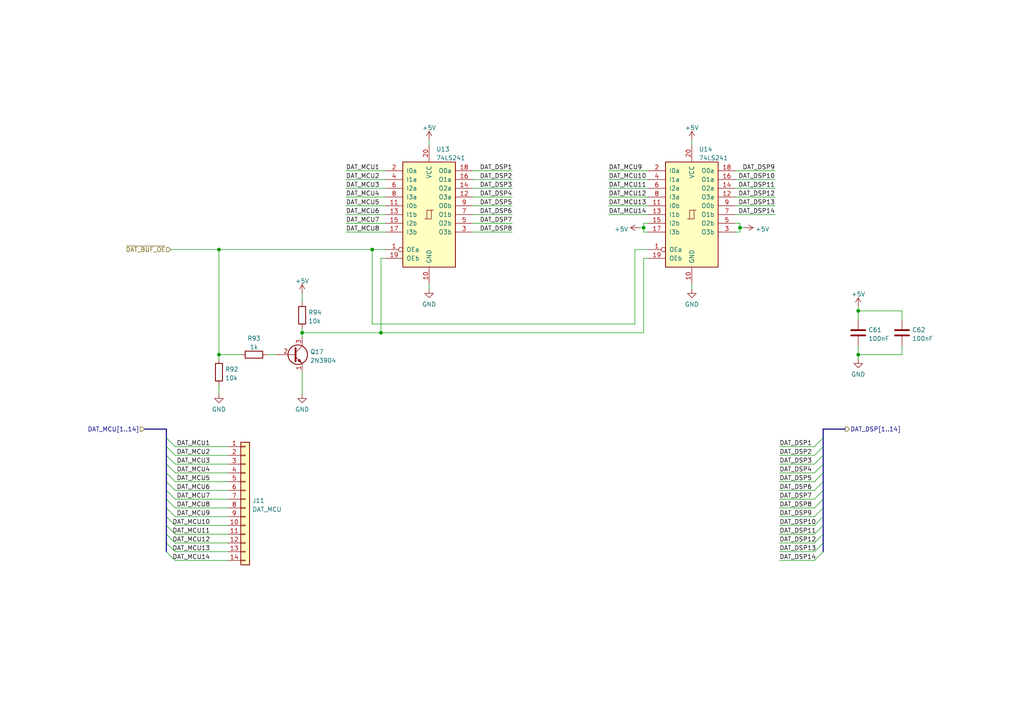
<source format=kicad_sch>
(kicad_sch (version 20211123) (generator eeschema)
  (paper "A4")
  (lib_symbols
    (symbol "74xx:74LS241" (pin_names (offset 1.016))
      (property "Reference" "U" (at -7.62 16.51 0))
      (property "Value" "74LS241" (at -7.62 -16.51 0))
      (symbol "74LS241_1_0"
        (polyline (pts (xy -0.635 -1.27) (xy -0.635 1.27) (xy 0.635 1.27)))
        (polyline (pts (xy -1.27 -1.27) (xy 0.635 -1.27) (xy 0.635 1.27) (xy 1.27 1.27)))
        (pin input inverted (at -12.7 -10.16 0) (length 5.08) (name "OEa") (number "1"))
        (pin power_in line (at 0 -20.32 90) (length 5.08) (name "GND") (number "10"))
        (pin input line (at -12.7 2.54 0) (length 5.08) (name "I0b") (number "11"))
        (pin tri_state line (at 12.7 5.08 180) (length 5.08) (name "O3a") (number "12"))
        (pin input line (at -12.7 0 0) (length 5.08) (name "I1b") (number "13"))
        (pin tri_state line (at 12.7 7.62 180) (length 5.08) (name "O2a") (number "14"))
        (pin input line (at -12.7 -2.54 0) (length 5.08) (name "I2b") (number "15"))
        (pin tri_state line (at 12.7 10.16 180) (length 5.08) (name "O1a") (number "16"))
        (pin input line (at -12.7 -5.08 0) (length 5.08) (name "I3b") (number "17"))
        (pin tri_state line (at 12.7 12.7 180) (length 5.08) (name "O0a") (number "18"))
        (pin input line (at -12.7 -12.7 0) (length 5.08) (name "OEb") (number "19"))
        (pin input line (at -12.7 12.7 0) (length 5.08) (name "I0a") (number "2"))
        (pin power_in line (at 0 20.32 270) (length 5.08) (name "VCC") (number "20"))
        (pin tri_state line (at 12.7 -5.08 180) (length 5.08) (name "O3b") (number "3"))
        (pin input line (at -12.7 10.16 0) (length 5.08) (name "I1a") (number "4"))
        (pin tri_state line (at 12.7 -2.54 180) (length 5.08) (name "O2b") (number "5"))
        (pin input line (at -12.7 7.62 0) (length 5.08) (name "I2a") (number "6"))
        (pin tri_state line (at 12.7 0 180) (length 5.08) (name "O1b") (number "7"))
        (pin input line (at -12.7 5.08 0) (length 5.08) (name "I3a") (number "8"))
        (pin tri_state line (at 12.7 2.54 180) (length 5.08) (name "O0b") (number "9"))
      )
      (symbol "74LS241_1_1"
        (rectangle (start -7.62 15.24) (end 7.62 -15.24) (stroke (width 0.254)) (fill (type background)))
      )
    )
    (symbol "Connector_Generic:Conn_01x14" (pin_names (offset 1.016) hide)
      (property "Reference" "J" (at 0 17.78 0))
      (property "Value" "Conn_01x14" (at 0 -20.32 0))
      (symbol "Conn_01x14_1_1"
        (rectangle (start -1.27 -17.653) (end 0 -17.907) (stroke (width 0.1524)))
        (rectangle (start -1.27 -15.113) (end 0 -15.367) (stroke (width 0.1524)))
        (rectangle (start -1.27 -12.573) (end 0 -12.827) (stroke (width 0.1524)))
        (rectangle (start -1.27 -10.033) (end 0 -10.287) (stroke (width 0.1524)))
        (rectangle (start -1.27 -7.493) (end 0 -7.747) (stroke (width 0.1524)))
        (rectangle (start -1.27 -4.953) (end 0 -5.207) (stroke (width 0.1524)))
        (rectangle (start -1.27 -2.413) (end 0 -2.667) (stroke (width 0.1524)))
        (rectangle (start -1.27 0.127) (end 0 -0.127) (stroke (width 0.1524)))
        (rectangle (start -1.27 2.667) (end 0 2.413) (stroke (width 0.1524)))
        (rectangle (start -1.27 5.207) (end 0 4.953) (stroke (width 0.1524)))
        (rectangle (start -1.27 7.747) (end 0 7.493) (stroke (width 0.1524)))
        (rectangle (start -1.27 10.287) (end 0 10.033) (stroke (width 0.1524)))
        (rectangle (start -1.27 12.827) (end 0 12.573) (stroke (width 0.1524)))
        (rectangle (start -1.27 15.367) (end 0 15.113) (stroke (width 0.1524)))
        (rectangle (start -1.27 16.51) (end 1.27 -19.05) (stroke (width 0.254)) (fill (type background)))
        (pin passive line (at -5.08 15.24 0) (length 3.81) (name "Pin_1") (number "1"))
        (pin passive line (at -5.08 -7.62 0) (length 3.81) (name "Pin_10") (number "10"))
        (pin passive line (at -5.08 -10.16 0) (length 3.81) (name "Pin_11") (number "11"))
        (pin passive line (at -5.08 -12.7 0) (length 3.81) (name "Pin_12") (number "12"))
        (pin passive line (at -5.08 -15.24 0) (length 3.81) (name "Pin_13") (number "13"))
        (pin passive line (at -5.08 -17.78 0) (length 3.81) (name "Pin_14") (number "14"))
        (pin passive line (at -5.08 12.7 0) (length 3.81) (name "Pin_2") (number "2"))
        (pin passive line (at -5.08 10.16 0) (length 3.81) (name "Pin_3") (number "3"))
        (pin passive line (at -5.08 7.62 0) (length 3.81) (name "Pin_4") (number "4"))
        (pin passive line (at -5.08 5.08 0) (length 3.81) (name "Pin_5") (number "5"))
        (pin passive line (at -5.08 2.54 0) (length 3.81) (name "Pin_6") (number "6"))
        (pin passive line (at -5.08 0 0) (length 3.81) (name "Pin_7") (number "7"))
        (pin passive line (at -5.08 -2.54 0) (length 3.81) (name "Pin_8") (number "8"))
        (pin passive line (at -5.08 -5.08 0) (length 3.81) (name "Pin_9") (number "9"))
      )
    )
    (symbol "Device:C" (pin_numbers hide) (pin_names (offset 0.254))
      (property "Reference" "C" (at 0.635 2.54 0))
      (property "Value" "C" (at 0.635 -2.54 0))
      (symbol "C_0_1"
        (polyline (pts (xy -2.032 -0.762) (xy 2.032 -0.762)) (stroke (width 0.508)))
        (polyline (pts (xy -2.032 0.762) (xy 2.032 0.762)) (stroke (width 0.508)))
      )
      (symbol "C_1_1"
        (pin passive line (at 0 3.81 270) (length 2.794) (name "~") (number "1"))
        (pin passive line (at 0 -3.81 90) (length 2.794) (name "~") (number "2"))
      )
    )
    (symbol "Device:R" (pin_numbers hide) (pin_names (offset 0))
      (property "Reference" "R" (at 2.032 0 90))
      (property "Value" "R" (at 0 0 90))
      (symbol "R_0_1"
        (rectangle (start -1.016 -2.54) (end 1.016 2.54) (stroke (width 0.254)))
      )
      (symbol "R_1_1"
        (pin passive line (at 0 3.81 270) (length 1.27) (name "~") (number "1"))
        (pin passive line (at 0 -3.81 90) (length 1.27) (name "~") (number "2"))
      )
    )
    (symbol "Transistor_BJT:2N3904" (pin_names (offset 0) hide)
      (property "Reference" "Q" (at 5.08 1.905 0))
      (property "Value" "2N3904" (at 5.08 0 0))
      (symbol "2N3904_0_1"
        (polyline (pts (xy 0.635 0.635) (xy 2.54 2.54)))
        (polyline (pts (xy 0.635 -0.635) (xy 2.54 -2.54) (xy 2.54 -2.54)))
        (polyline (pts (xy 0.635 1.905) (xy 0.635 -1.905) (xy 0.635 -1.905)) (stroke (width 0.508)))
        (polyline (pts (xy 1.27 -1.778) (xy 1.778 -1.27) (xy 2.286 -2.286) (xy 1.27 -1.778) (xy 1.27 -1.778)) (fill (type outline)))
        (circle (center 1.27 0) (radius 2.8194) (stroke (width 0.254)))
      )
      (symbol "2N3904_1_1"
        (pin passive line (at 2.54 -5.08 90) (length 2.54) (name "E") (number "1"))
        (pin passive line (at -5.08 0 0) (length 5.715) (name "B") (number "2"))
        (pin passive line (at 2.54 5.08 270) (length 2.54) (name "C") (number "3"))
      )
    )
    (symbol "power:+5V" (power) (pin_names (offset 0))
      (property "Value" "+5V" (at 0 3.556 0))
      (symbol "+5V_0_1"
        (polyline (pts (xy -0.762 1.27) (xy 0 2.54)))
        (polyline (pts (xy 0 0) (xy 0 2.54)))
        (polyline (pts (xy 0 2.54) (xy 0.762 1.27)))
      )
      (symbol "+5V_1_1"
        (pin power_in line (at 0 0 90) (length 0) hide (name "+5V") (number "1"))
      )
    )
    (symbol "power:GND" (power) (pin_names (offset 0))
      (property "Value" "GND" (at 0 -3.81 0))
      (symbol "GND_0_1"
        (polyline (pts (xy 0 0) (xy 0 -1.27) (xy 1.27 -1.27) (xy 0 -2.54) (xy -1.27 -1.27) (xy 0 -1.27)))
      )
      (symbol "GND_1_1"
        (pin power_in line (at 0 0 270) (length 0) hide (name "GND") (number "1"))
      )
    )
  )
  (junction (at 214.63 66.04))
  (junction (at 186.69 66.04))
  (junction (at 110.49 96.52))
  (junction (at 248.92 90.17))
  (junction (at 63.5 102.87))
  (junction (at 107.95 72.39))
  (junction (at 248.92 102.87))
  (junction (at 63.5 72.39))
  (junction (at 87.63 96.52))
  (bus_entry (at 48.26 142.24) (size 2.54 2.54))
  (bus_entry (at 48.26 134.62) (size 2.54 2.54))
  (bus_entry (at 238.76 134.62) (size -2.54 2.54))
  (bus_entry (at 48.26 127) (size 2.54 2.54))
  (bus_entry (at 48.26 149.86) (size 2.54 2.54))
  (bus_entry (at 238.76 147.32) (size -2.54 2.54))
  (bus_entry (at 238.76 154.94) (size -2.54 2.54))
  (bus_entry (at 48.26 160.02) (size 2.54 2.54))
  (bus_entry (at 238.76 152.4) (size -2.54 2.54))
  (bus_entry (at 48.26 144.78) (size 2.54 2.54))
  (bus_entry (at 238.76 142.24) (size -2.54 2.54))
  (bus_entry (at 238.76 129.54) (size -2.54 2.54))
  (bus_entry (at 48.26 132.08) (size 2.54 2.54))
  (bus_entry (at 238.76 157.48) (size -2.54 2.54))
  (bus_entry (at 48.26 129.54) (size 2.54 2.54))
  (bus_entry (at 48.26 147.32) (size 2.54 2.54))
  (bus_entry (at 238.76 149.86) (size -2.54 2.54))
  (bus_entry (at 48.26 154.94) (size 2.54 2.54))
  (bus_entry (at 48.26 137.16) (size 2.54 2.54))
  (bus_entry (at 238.76 137.16) (size -2.54 2.54))
  (bus_entry (at 238.76 132.08) (size -2.54 2.54))
  (bus_entry (at 238.76 144.78) (size -2.54 2.54))
  (bus_entry (at 238.76 139.7) (size -2.54 2.54))
  (bus_entry (at 48.26 152.4) (size 2.54 2.54))
  (bus_entry (at 238.76 160.02) (size -2.54 2.54))
  (bus_entry (at 48.26 139.7) (size 2.54 2.54))
  (bus_entry (at 238.76 127) (size -2.54 2.54))
  (bus_entry (at 48.26 157.48) (size 2.54 2.54))
  (wire (pts (xy 50.8 139.7) (xy 66.04 139.7)))
  (wire (pts (xy 261.62 92.71) (xy 261.62 90.17)))
  (wire (pts (xy 50.8 137.16) (xy 66.04 137.16)))
  (wire (pts (xy 63.5 102.87) (xy 63.5 72.39)))
  (bus (pts (xy 238.76 124.46) (xy 238.76 127)))
  (wire (pts (xy 186.69 66.04) (xy 186.69 67.31)))
  (bus (pts (xy 48.26 132.08) (xy 48.26 134.62)))
  (bus (pts (xy 48.26 142.24) (xy 48.26 144.78)))
  (bus (pts (xy 238.76 142.24) (xy 238.76 144.78)))
  (wire (pts (xy 137.16 57.15) (xy 148.59 57.15)))
  (bus (pts (xy 41.91 124.46) (xy 48.26 124.46)))
  (bus (pts (xy 238.76 139.7) (xy 238.76 142.24)))
  (wire (pts (xy 186.69 67.31) (xy 187.96 67.31)))
  (wire (pts (xy 186.69 64.77) (xy 186.69 66.04)))
  (wire (pts (xy 50.8 142.24) (xy 66.04 142.24)))
  (wire (pts (xy 87.63 96.52) (xy 87.63 97.79)))
  (wire (pts (xy 226.06 137.16) (xy 236.22 137.16)))
  (wire (pts (xy 87.63 95.25) (xy 87.63 96.52)))
  (wire (pts (xy 63.5 102.87) (xy 63.5 104.14)))
  (bus (pts (xy 48.26 124.46) (xy 48.26 127)))
  (wire (pts (xy 226.06 157.48) (xy 236.22 157.48)))
  (bus (pts (xy 238.76 129.54) (xy 238.76 132.08)))
  (wire (pts (xy 137.16 67.31) (xy 148.59 67.31)))
  (wire (pts (xy 248.92 100.33) (xy 248.92 102.87)))
  (wire (pts (xy 226.06 139.7) (xy 236.22 139.7)))
  (wire (pts (xy 226.06 134.62) (xy 236.22 134.62)))
  (wire (pts (xy 226.06 160.02) (xy 236.22 160.02)))
  (bus (pts (xy 238.76 127) (xy 238.76 129.54)))
  (bus (pts (xy 48.26 149.86) (xy 48.26 152.4)))
  (wire (pts (xy 87.63 85.09) (xy 87.63 87.63)))
  (wire (pts (xy 226.06 142.24) (xy 236.22 142.24)))
  (wire (pts (xy 69.85 102.87) (xy 63.5 102.87)))
  (wire (pts (xy 110.49 96.52) (xy 110.49 74.93)))
  (wire (pts (xy 248.92 88.9) (xy 248.92 90.17)))
  (wire (pts (xy 226.06 132.08) (xy 236.22 132.08)))
  (wire (pts (xy 214.63 64.77) (xy 214.63 66.04)))
  (wire (pts (xy 124.46 82.55) (xy 124.46 83.82)))
  (wire (pts (xy 226.06 162.56) (xy 236.22 162.56)))
  (wire (pts (xy 50.8 129.54) (xy 66.04 129.54)))
  (wire (pts (xy 226.06 149.86) (xy 236.22 149.86)))
  (wire (pts (xy 213.36 62.23) (xy 224.79 62.23)))
  (bus (pts (xy 238.76 147.32) (xy 238.76 149.86)))
  (wire (pts (xy 261.62 100.33) (xy 261.62 102.87)))
  (wire (pts (xy 50.8 134.62) (xy 66.04 134.62)))
  (bus (pts (xy 48.26 144.78) (xy 48.26 147.32)))
  (wire (pts (xy 137.16 59.69) (xy 148.59 59.69)))
  (wire (pts (xy 226.06 154.94) (xy 236.22 154.94)))
  (wire (pts (xy 137.16 64.77) (xy 148.59 64.77)))
  (bus (pts (xy 48.26 147.32) (xy 48.26 149.86)))
  (wire (pts (xy 50.8 154.94) (xy 66.04 154.94)))
  (wire (pts (xy 213.36 57.15) (xy 224.79 57.15)))
  (bus (pts (xy 48.26 134.62) (xy 48.26 137.16)))
  (wire (pts (xy 107.95 72.39) (xy 107.95 93.98)))
  (bus (pts (xy 238.76 152.4) (xy 238.76 154.94)))
  (bus (pts (xy 48.26 139.7) (xy 48.26 142.24)))
  (wire (pts (xy 176.53 57.15) (xy 187.96 57.15)))
  (wire (pts (xy 248.92 102.87) (xy 248.92 104.14)))
  (wire (pts (xy 214.63 67.31) (xy 213.36 67.31)))
  (wire (pts (xy 176.53 49.53) (xy 187.96 49.53)))
  (wire (pts (xy 185.42 66.04) (xy 186.69 66.04)))
  (wire (pts (xy 213.36 49.53) (xy 224.79 49.53)))
  (wire (pts (xy 200.66 40.64) (xy 200.66 41.91)))
  (wire (pts (xy 214.63 66.04) (xy 214.63 67.31)))
  (wire (pts (xy 107.95 72.39) (xy 111.76 72.39)))
  (wire (pts (xy 100.33 57.15) (xy 111.76 57.15)))
  (wire (pts (xy 50.8 147.32) (xy 66.04 147.32)))
  (wire (pts (xy 100.33 62.23) (xy 111.76 62.23)))
  (wire (pts (xy 63.5 111.76) (xy 63.5 114.3)))
  (bus (pts (xy 238.76 132.08) (xy 238.76 134.62)))
  (wire (pts (xy 186.69 74.93) (xy 187.96 74.93)))
  (bus (pts (xy 48.26 129.54) (xy 48.26 132.08)))
  (bus (pts (xy 238.76 134.62) (xy 238.76 137.16)))
  (wire (pts (xy 100.33 59.69) (xy 111.76 59.69)))
  (wire (pts (xy 110.49 74.93) (xy 111.76 74.93)))
  (wire (pts (xy 63.5 72.39) (xy 107.95 72.39)))
  (wire (pts (xy 261.62 90.17) (xy 248.92 90.17)))
  (wire (pts (xy 107.95 93.98) (xy 184.15 93.98)))
  (wire (pts (xy 226.06 152.4) (xy 236.22 152.4)))
  (wire (pts (xy 50.8 160.02) (xy 66.04 160.02)))
  (wire (pts (xy 184.15 72.39) (xy 187.96 72.39)))
  (bus (pts (xy 238.76 149.86) (xy 238.76 152.4)))
  (wire (pts (xy 137.16 52.07) (xy 148.59 52.07)))
  (wire (pts (xy 213.36 64.77) (xy 214.63 64.77)))
  (wire (pts (xy 248.92 90.17) (xy 248.92 92.71)))
  (wire (pts (xy 186.69 96.52) (xy 186.69 74.93)))
  (wire (pts (xy 213.36 52.07) (xy 224.79 52.07)))
  (wire (pts (xy 187.96 64.77) (xy 186.69 64.77)))
  (wire (pts (xy 50.8 149.86) (xy 66.04 149.86)))
  (wire (pts (xy 50.8 152.4) (xy 66.04 152.4)))
  (wire (pts (xy 100.33 67.31) (xy 111.76 67.31)))
  (wire (pts (xy 226.06 129.54) (xy 236.22 129.54)))
  (wire (pts (xy 137.16 62.23) (xy 148.59 62.23)))
  (wire (pts (xy 226.06 144.78) (xy 236.22 144.78)))
  (wire (pts (xy 100.33 64.77) (xy 111.76 64.77)))
  (bus (pts (xy 48.26 152.4) (xy 48.26 154.94)))
  (bus (pts (xy 238.76 154.94) (xy 238.76 157.48)))
  (wire (pts (xy 137.16 49.53) (xy 148.59 49.53)))
  (wire (pts (xy 124.46 40.64) (xy 124.46 41.91)))
  (wire (pts (xy 50.8 157.48) (xy 66.04 157.48)))
  (wire (pts (xy 100.33 52.07) (xy 111.76 52.07)))
  (wire (pts (xy 176.53 62.23) (xy 187.96 62.23)))
  (bus (pts (xy 238.76 137.16) (xy 238.76 139.7)))
  (wire (pts (xy 137.16 54.61) (xy 148.59 54.61)))
  (wire (pts (xy 176.53 52.07) (xy 187.96 52.07)))
  (bus (pts (xy 48.26 154.94) (xy 48.26 157.48)))
  (wire (pts (xy 87.63 107.95) (xy 87.63 114.3)))
  (bus (pts (xy 238.76 157.48) (xy 238.76 160.02)))
  (wire (pts (xy 50.8 144.78) (xy 66.04 144.78)))
  (bus (pts (xy 245.11 124.46) (xy 238.76 124.46)))
  (wire (pts (xy 200.66 82.55) (xy 200.66 83.82)))
  (wire (pts (xy 261.62 102.87) (xy 248.92 102.87)))
  (wire (pts (xy 110.49 96.52) (xy 186.69 96.52)))
  (bus (pts (xy 48.26 157.48) (xy 48.26 160.02)))
  (wire (pts (xy 77.47 102.87) (xy 80.01 102.87)))
  (wire (pts (xy 50.8 132.08) (xy 66.04 132.08)))
  (wire (pts (xy 214.63 66.04) (xy 215.9 66.04)))
  (wire (pts (xy 50.8 162.56) (xy 66.04 162.56)))
  (wire (pts (xy 87.63 96.52) (xy 110.49 96.52)))
  (bus (pts (xy 238.76 144.78) (xy 238.76 147.32)))
  (wire (pts (xy 100.33 54.61) (xy 111.76 54.61)))
  (wire (pts (xy 184.15 93.98) (xy 184.15 72.39)))
  (wire (pts (xy 226.06 147.32) (xy 236.22 147.32)))
  (wire (pts (xy 213.36 54.61) (xy 224.79 54.61)))
  (bus (pts (xy 48.26 127) (xy 48.26 129.54)))
  (wire (pts (xy 176.53 54.61) (xy 187.96 54.61)))
  (wire (pts (xy 176.53 59.69) (xy 187.96 59.69)))
  (wire (pts (xy 213.36 59.69) (xy 224.79 59.69)))
  (wire (pts (xy 100.33 49.53) (xy 111.76 49.53)))
  (wire (pts (xy 49.53 72.39) (xy 63.5 72.39)))
  (bus (pts (xy 48.26 137.16) (xy 48.26 139.7)))
  (label "DAT_MCU13" (at 60.96 160.02 180))
  (label "DAT_MCU8" (at 100.33 67.31 0))
  (label "DAT_DSP10" (at 224.79 52.07 180))
  (label "DAT_MCU3" (at 100.33 54.61 0))
  (label "DAT_DSP8" (at 148.59 67.31 180))
  (label "DAT_MCU14" (at 176.53 62.23 0))
  (label "DAT_DSP2" (at 148.59 52.07 180))
  (label "DAT_MCU12" (at 60.96 157.48 180))
  (label "DAT_DSP6" (at 148.59 62.23 180))
  (label "DAT_MCU5" (at 60.96 139.7 180))
  (label "DAT_MCU9" (at 176.53 49.53 0))
  (label "DAT_MCU6" (at 100.33 62.23 0))
  (label "DAT_DSP12" (at 224.79 57.15 180))
  (label "DAT_DSP13" (at 224.79 59.69 180))
  (label "DAT_DSP5" (at 226.06 139.7 0))
  (label "DAT_MCU2" (at 60.96 132.08 180))
  (label "DAT_MCU6" (at 60.96 142.24 180))
  (label "DAT_DSP3" (at 148.59 54.61 180))
  (label "DAT_DSP9" (at 226.06 149.86 0))
  (label "DAT_DSP1" (at 226.06 129.54 0))
  (label "DAT_MCU11" (at 60.96 154.94 180))
  (label "DAT_MCU13" (at 176.53 59.69 0))
  (label "DAT_MCU10" (at 60.96 152.4 180))
  (label "DAT_DSP5" (at 148.59 59.69 180))
  (label "DAT_DSP3" (at 226.06 134.62 0))
  (label "DAT_DSP8" (at 226.06 147.32 0))
  (label "DAT_DSP9" (at 224.79 49.53 180))
  (label "DAT_DSP10" (at 226.06 152.4 0))
  (label "DAT_DSP6" (at 226.06 142.24 0))
  (label "DAT_MCU3" (at 60.96 134.62 180))
  (label "DAT_MCU1" (at 60.96 129.54 180))
  (label "DAT_DSP11" (at 226.06 154.94 0))
  (label "DAT_MCU9" (at 60.96 149.86 180))
  (label "DAT_DSP14" (at 226.06 162.56 0))
  (label "DAT_DSP11" (at 224.79 54.61 180))
  (label "DAT_MCU4" (at 60.96 137.16 180))
  (label "DAT_DSP13" (at 226.06 160.02 0))
  (label "DAT_MCU2" (at 100.33 52.07 0))
  (label "DAT_MCU14" (at 60.96 162.56 180))
  (label "DAT_MCU12" (at 176.53 57.15 0))
  (label "DAT_DSP7" (at 148.59 64.77 180))
  (label "DAT_DSP1" (at 148.59 49.53 180))
  (label "DAT_MCU11" (at 176.53 54.61 0))
  (label "DAT_DSP12" (at 226.06 157.48 0))
  (label "DAT_MCU1" (at 100.33 49.53 0))
  (label "DAT_MCU5" (at 100.33 59.69 0))
  (label "DAT_MCU10" (at 176.53 52.07 0))
  (label "DAT_MCU8" (at 60.96 147.32 180))
  (label "DAT_MCU7" (at 60.96 144.78 180))
  (label "DAT_MCU4" (at 100.33 57.15 0))
  (label "DAT_DSP4" (at 226.06 137.16 0))
  (label "DAT_DSP2" (at 226.06 132.08 0))
  (label "DAT_DSP7" (at 226.06 144.78 0))
  (label "DAT_DSP4" (at 148.59 57.15 180))
  (label "DAT_DSP14" (at 224.79 62.23 180))
  (label "DAT_MCU7" (at 100.33 64.77 0))
  (hierarchical_label "DAT_MCU[1..14]" (shape input) (at 41.91 124.46 180))
  (hierarchical_label "~{DAT_BUF_OE}" (shape input) (at 49.53 72.39 180))
  (hierarchical_label "DAT_DSP[1..14]" (shape output) (at 245.11 124.46 0))
  (symbol (lib_id "power:+5V") (at 185.42 66.04 90) (unit 1)
    (property "Reference" "#PWR0259" (effects hide))
    (property "Value" "+5V" (at 182.2451 66.4738 90) (effects (justify left)))
  )
  (symbol (lib_id "power:GND") (at 200.66 83.82 0) (unit 1)
    (property "Reference" "#PWR0268" (effects hide))
    (property "Value" "GND" (at 200.66 88.2634 0))
  )
  (symbol (lib_id "74xx:74LS241") (at 200.66 62.23 0) (unit 1)
    (property "Reference" "U14" (at 202.6794 43.2902 0) (effects (justify left)))
    (property "Value" "74LS241" (at 202.6794 45.8271 0) (effects (justify left)))
    (property "Footprint" "Package_DIP:DIP-20_W7.62mm" (effects hide))
    (property "Datasheet" "http://www.ti.com/lit/ds/symlink/sn74ls241.pdf" (effects hide))
  )
  (symbol (lib_id "Device:R") (at 87.63 91.44 0) (unit 1)
    (property "Reference" "R94" (at 89.408 90.6053 0) (effects (justify left)))
    (property "Value" "10k" (at 89.408 93.1422 0) (effects (justify left)))
    (property "Footprint" "Resistor_THT:R_Axial_DIN0207_L6.3mm_D2.5mm_P2.54mm_Vertical" (effects hide))
  )
  (symbol (lib_id "Connector_Generic:Conn_01x14") (at 71.12 144.78 0) (unit 1)
    (property "Reference" "J11" (at 73.152 145.2153 0) (effects (justify left)))
    (property "Value" "DAT_MCU" (at 73.152 147.7522 0) (effects (justify left)))
    (property "Footprint" "Connector_PinHeader_2.54mm:PinHeader_1x14_P2.54mm_Vertical" (effects hide))
  )
  (symbol (lib_id "Transistor_BJT:2N3904") (at 85.09 102.87 0) (unit 1)
    (property "Reference" "Q17" (at 89.9414 102.0353 0) (effects (justify left)))
    (property "Value" "2N3904" (at 89.9414 104.5722 0) (effects (justify left)))
    (property "Footprint" "Package_TO_SOT_THT:TO-92_Inline_Wide" (effects hide))
    (property "Datasheet" "https://www.onsemi.com/pub/Collateral/2N3903-D.PDF" (effects hide))
  )
  (symbol (lib_id "power:+5V") (at 215.9 66.04 270) (unit 1)
    (property "Reference" "#PWR0260" (effects hide))
    (property "Value" "+5V" (at 219.075 66.4738 90) (effects (justify left)))
  )
  (symbol (lib_id "power:+5V") (at 124.46 40.64 0) (unit 1)
    (property "Reference" "#PWR0267" (effects hide))
    (property "Value" "+5V" (at 124.46 37.0642 0))
  )
  (symbol (lib_id "power:+5V") (at 200.66 40.64 0) (unit 1)
    (property "Reference" "#PWR0269" (effects hide))
    (property "Value" "+5V" (at 200.66 37.0642 0))
  )
  (symbol (lib_id "74xx:74LS241") (at 124.46 62.23 0) (unit 1)
    (property "Reference" "U13" (at 126.4794 43.2902 0) (effects (justify left)))
    (property "Value" "74LS241" (at 126.4794 45.8271 0) (effects (justify left)))
    (property "Footprint" "Package_DIP:DIP-20_W7.62mm" (effects hide))
    (property "Datasheet" "http://www.ti.com/lit/ds/symlink/sn74ls241.pdf" (effects hide))
  )
  (symbol (lib_id "power:GND") (at 87.63 114.3 0) (unit 1)
    (property "Reference" "#PWR0270" (effects hide))
    (property "Value" "GND" (at 87.63 118.7434 0))
  )
  (symbol (lib_id "power:GND") (at 248.92 104.14 0) (unit 1)
    (property "Reference" "#PWR0265" (effects hide))
    (property "Value" "GND" (at 248.92 108.5834 0))
  )
  (symbol (lib_id "power:GND") (at 63.5 114.3 0) (unit 1)
    (property "Reference" "#PWR0271" (effects hide))
    (property "Value" "GND" (at 63.5 118.7434 0))
  )
  (symbol (lib_id "Device:R") (at 73.66 102.87 90) (unit 1)
    (property "Reference" "R93" (at 73.66 98.1542 90))
    (property "Value" "1k" (at 73.66 100.6911 90))
    (property "Footprint" "Resistor_THT:R_Axial_DIN0207_L6.3mm_D2.5mm_P2.54mm_Vertical" (effects hide))
  )
  (symbol (lib_id "Device:R") (at 63.5 107.95 0) (unit 1)
    (property "Reference" "R92" (at 65.278 107.1153 0) (effects (justify left)))
    (property "Value" "10k" (at 65.278 109.6522 0) (effects (justify left)))
    (property "Footprint" "Resistor_THT:R_Axial_DIN0207_L6.3mm_D2.5mm_P2.54mm_Vertical" (effects hide))
  )
  (symbol (lib_id "power:+5V") (at 248.92 88.9 0) (unit 1)
    (property "Reference" "#PWR0264" (effects hide))
    (property "Value" "+5V" (at 248.92 85.3242 0))
  )
  (symbol (lib_id "power:GND") (at 124.46 83.82 0) (unit 1)
    (property "Reference" "#PWR0266" (effects hide))
    (property "Value" "GND" (at 124.46 88.2634 0))
  )
  (symbol (lib_id "Device:C") (at 248.92 96.52 0) (unit 1)
    (property "Reference" "C61" (at 251.841 95.6853 0) (effects (justify left)))
    (property "Value" "100nF" (at 251.841 98.2222 0) (effects (justify left)))
    (property "Footprint" "Capacitor_THT:C_Disc_D4.7mm_W2.5mm_P5.00mm" (effects hide))
  )
  (symbol (lib_id "power:+5V") (at 87.63 85.09 0) (unit 1)
    (property "Reference" "#PWR0272" (effects hide))
    (property "Value" "+5V" (at 87.63 81.5142 0))
  )
  (symbol (lib_id "Device:C") (at 261.62 96.52 0) (unit 1)
    (property "Reference" "C62" (at 264.541 95.6853 0) (effects (justify left)))
    (property "Value" "100nF" (at 264.541 98.2222 0) (effects (justify left)))
    (property "Footprint" "Capacitor_THT:C_Disc_D4.7mm_W2.5mm_P5.00mm" (effects hide))
  )
)
</source>
